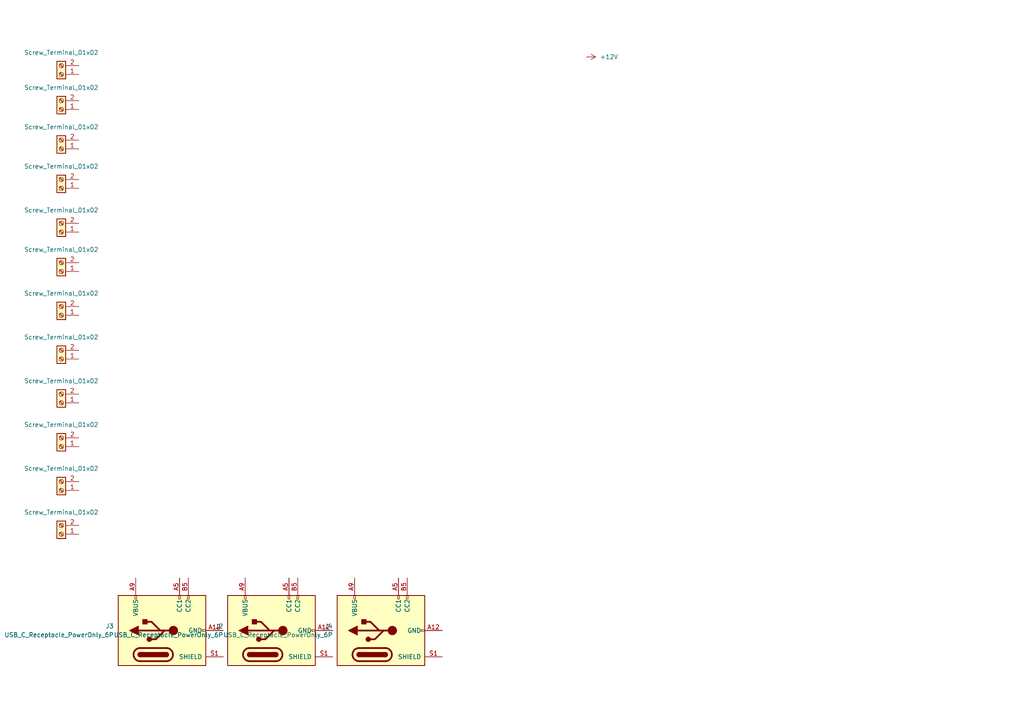
<source format=kicad_sch>
(kicad_sch (version 20250114) (generator "eeschema") (generator_version "9.0")
  (paper "A4")
  (lib_symbols
    (symbol "Connector:Screw_Terminal_01x02" (pin_names (offset 1.016) (hide yes))
      (property "Reference" "J" (at 0 2.54 0))
      (property "Value" "Screw_Terminal_01x02" (at 0 -5.08 0))
      (symbol "Screw_Terminal_01x02_1_1"
        (rectangle (start -1.27 1.27) (end 1.27 -3.81) (stroke (width 0.254)) (fill (type background)))
        (polyline (pts (xy -0.5334 0.3302) (xy 0.3302 -0.508)) (stroke (width 0.1524)))
        (polyline (pts (xy -0.5334 -2.2098) (xy 0.3302 -3.048)) (stroke (width 0.1524)))
        (polyline (pts (xy -0.3556 0.508) (xy 0.508 -0.3302)) (stroke (width 0.1524)))
        (polyline (pts (xy -0.3556 -2.032) (xy 0.508 -2.8702)) (stroke (width 0.1524)))
        (circle (center 0 0) (radius 0.635) (stroke (width 0.1524)))
        (circle (center 0 -2.54) (radius 0.635) (stroke (width 0.1524)))
        (pin passive line (at -5.08 0 0) (length 3.81) (name "Pin_1") (number "1"))
        (pin passive line (at -5.08 -2.54 0) (length 3.81) (name "Pin_2") (number "2"))
      )
    )
    (symbol "Connector:USB_C_Receptacle_PowerOnly_6P" (pin_names (offset 1.016))
      (property "Reference" "J" (at 0 16.51 0))
      (property "Value" "USB_C_Receptacle_PowerOnly_6P" (at 0 13.97 0))
      (symbol "USB_C_Receptacle_PowerOnly_6P_0_0"
        (rectangle (start -0.254 -12.7) (end 0.254 -11.684))
        (rectangle (start 10.16 7.874) (end 9.144 7.366))
        (rectangle (start 10.16 -4.826) (end 9.144 -5.334))
        (rectangle (start 10.16 -7.366) (end 9.144 -7.874))
      )
      (symbol "USB_C_Receptacle_PowerOnly_6P_0_1"
        (rectangle (start -10.16 12.7) (end 10.16 -12.7) (stroke (width 0.254)) (fill (type background)))
        (polyline (pts (xy -8.89 -1.27) (xy -8.89 6.35)) (stroke (width 0.508)))
        (rectangle (start -7.62 -1.27) (end -6.35 6.35) (stroke (width 0.254)) (fill (type outline)))
        (arc (start -7.62 6.35) (mid -6.985 6.9823) (end -6.35 6.35) (stroke (width 0.254)))
        (arc (start -7.62 6.35) (mid -6.985 6.9823) (end -6.35 6.35) (stroke (width 0.254)) (fill (type outline)))
        (arc (start -8.89 6.35) (mid -6.985 8.2467) (end -5.08 6.35) (stroke (width 0.508)))
        (arc (start -5.08 -1.27) (mid -6.985 -3.1667) (end -8.89 -1.27) (stroke (width 0.508)))
        (arc (start -6.35 -1.27) (mid -6.985 -1.9023) (end -7.62 -1.27) (stroke (width 0.254)))
        (arc (start -6.35 -1.27) (mid -6.985 -1.9023) (end -7.62 -1.27) (stroke (width 0.254)) (fill (type outline)))
        (polyline (pts (xy -5.08 6.35) (xy -5.08 -1.27)) (stroke (width 0.508)))
        (circle (center -2.54 3.683) (radius 0.635) (stroke (width 0.254)) (fill (type outline)))
        (polyline (pts (xy -1.27 6.858) (xy 0 9.398) (xy 1.27 6.858) (xy -1.27 6.858)) (stroke (width 0.254)) (fill (type outline)))
        (polyline (pts (xy 0 0.508) (xy 2.54 3.048) (xy 2.54 4.318)) (stroke (width 0.508)))
        (polyline (pts (xy 0 -0.762) (xy -2.54 1.778) (xy -2.54 3.048)) (stroke (width 0.508)))
        (polyline (pts (xy 0 -3.302) (xy 0 6.858)) (stroke (width 0.508)))
        (circle (center 0 -3.302) (radius 1.27) (fill (type outline)))
        (rectangle (start 1.905 4.318) (end 3.175 5.588) (stroke (width 0.254)) (fill (type outline)))
      )
      (symbol "USB_C_Receptacle_PowerOnly_6P_1_1"
        (pin passive line (at -7.62 -17.78 90) (length 5.08) (name "SHIELD") (number "S1"))
        (pin passive line (at 0 -17.78 90) (length 5.08) (name "GND") (number "A12"))
        (pin passive line (at 0 -17.78 90) (length 5.08) (hide yes) (name "GND") (number "B12"))
        (pin passive line (at 15.24 7.62 180) (length 5.08) (name "VBUS") (number "A9"))
        (pin passive line (at 15.24 7.62 180) (length 5.08) (hide yes) (name "VBUS") (number "B9"))
        (pin bidirectional line (at 15.24 -5.08 180) (length 5.08) (name "CC1") (number "A5"))
        (pin bidirectional line (at 15.24 -7.62 180) (length 5.08) (name "CC2") (number "B5"))
      )
    )
    (symbol "power:+12V" (power) (pin_numbers (hide yes)) (pin_names (offset 0) (hide yes))
      (property "Value" "+12V" (at 0 3.556 0))
      (symbol "+12V_0_1"
        (polyline (pts (xy -0.762 1.27) (xy 0 2.54)))
        (polyline (pts (xy 0 2.54) (xy 0.762 1.27)))
        (polyline (pts (xy 0 0) (xy 0 2.54)))
      )
      (symbol "+12V_1_1"
        (pin power_in line (at 0 0 90) (length 0) (name "~") (number "1"))
      )
    )
  )
  (symbol (lib_id "Connector:USB_C_Receptacle_PowerOnly_6P") (at 110.49 182.88 90) (unit 1)
    (property "Reference" "J4" (at 96.52 181.6099 90) (effects (justify left)))
    (property "Value" "USB_C_Receptacle_PowerOnly_6P" (at 96.52 184.1499 90) (effects (justify left)))
    (property "Datasheet" "https://www.usb.org/sites/default/files/documents/usb_type-c.zip" (effects (hide yes)))
    (property "Description" "USB Power-Only 6P Type-C Receptacle connector" (effects (hide yes)))
  )
  (symbol (lib_id "Connector:USB_C_Receptacle_PowerOnly_6P") (at 78.74 182.88 90) (unit 1)
    (property "Reference" "J2" (at 64.77 181.6099 90) (effects (justify left)))
    (property "Value" "USB_C_Receptacle_PowerOnly_6P" (at 64.77 184.1499 90) (effects (justify left)))
    (property "Datasheet" "https://www.usb.org/sites/default/files/documents/usb_type-c.zip" (effects (hide yes)))
    (property "Description" "USB Power-Only 6P Type-C Receptacle connector" (effects (hide yes)))
  )
  (symbol (lib_id "Connector:Screw_Terminal_01x02") (at 17.78 78.74 180) (unit 1)
    (property "Reference" "J10" (effects (hide yes)))
    (property "Value" "Screw_Terminal_01x02" (at 17.78 72.39 0))
    (property "Description" "Generic screw terminal, single row, 01x02, script generated (kicad-library-utils/schlib/autogen/connector/)" (effects (hide yes)))
  )
  (symbol (lib_id "power:+12V") (at 170.18 16.51 270) (unit 1)
    (property "Reference" "#PWR01" (effects (hide yes)))
    (property "Value" "+12V" (at 173.99 16.5099 90) (effects (justify left)))
    (property "Description" "Power symbol creates a global label with name \"+12V\"" (effects (hide yes)))
  )
  (symbol (lib_id "Connector:Screw_Terminal_01x02") (at 17.78 129.54 180) (unit 1)
    (property "Reference" "J6" (effects (hide yes)))
    (property "Value" "Screw_Terminal_01x02" (at 17.78 123.19 0))
    (property "Description" "Generic screw terminal, single row, 01x02, script generated (kicad-library-utils/schlib/autogen/connector/)" (effects (hide yes)))
  )
  (symbol (lib_id "Connector:Screw_Terminal_01x02") (at 17.78 67.31 180) (unit 1)
    (property "Reference" "J11" (effects (hide yes)))
    (property "Value" "Screw_Terminal_01x02" (at 17.78 60.96 0))
    (property "Description" "Generic screw terminal, single row, 01x02, script generated (kicad-library-utils/schlib/autogen/connector/)" (effects (hide yes)))
  )
  (symbol (lib_id "Connector:Screw_Terminal_01x02") (at 17.78 104.14 180) (unit 1)
    (property "Reference" "J8" (effects (hide yes)))
    (property "Value" "Screw_Terminal_01x02" (at 17.78 97.79 0))
    (property "Description" "Generic screw terminal, single row, 01x02, script generated (kicad-library-utils/schlib/autogen/connector/)" (effects (hide yes)))
  )
  (symbol (lib_id "Connector:Screw_Terminal_01x02") (at 17.78 21.59 180) (unit 1)
    (property "Reference" "J15" (effects (hide yes)))
    (property "Value" "Screw_Terminal_01x02" (at 17.78 15.24 0))
    (property "Description" "Generic screw terminal, single row, 01x02, script generated (kicad-library-utils/schlib/autogen/connector/)" (effects (hide yes)))
  )
  (symbol (lib_id "Connector:Screw_Terminal_01x02") (at 17.78 31.75 180) (unit 1)
    (property "Reference" "J14" (effects (hide yes)))
    (property "Value" "Screw_Terminal_01x02" (at 17.78 25.4 0))
    (property "Description" "Generic screw terminal, single row, 01x02, script generated (kicad-library-utils/schlib/autogen/connector/)" (effects (hide yes)))
  )
  (symbol (lib_id "Connector:Screw_Terminal_01x02") (at 17.78 154.94 180) (unit 1)
    (property "Reference" "J16" (effects (hide yes)))
    (property "Value" "Screw_Terminal_01x02" (at 17.78 148.59 0))
    (property "Description" "Generic screw terminal, single row, 01x02, script generated (kicad-library-utils/schlib/autogen/connector/)" (effects (hide yes)))
  )
  (symbol (lib_id "Connector:USB_C_Receptacle_PowerOnly_6P") (at 46.99 182.88 90) (unit 1)
    (property "Reference" "J3" (at 33.02 181.6099 90) (effects (justify left)))
    (property "Value" "USB_C_Receptacle_PowerOnly_6P" (at 33.02 184.1499 90) (effects (justify left)))
    (property "Datasheet" "https://www.usb.org/sites/default/files/documents/usb_type-c.zip" (effects (hide yes)))
    (property "Description" "USB Power-Only 6P Type-C Receptacle connector" (effects (hide yes)))
  )
  (symbol (lib_id "Connector:Screw_Terminal_01x02") (at 17.78 142.24 180) (unit 1)
    (property "Reference" "J1" (effects (hide yes)))
    (property "Value" "Screw_Terminal_01x02" (at 17.78 135.89 0))
    (property "Description" "Generic screw terminal, single row, 01x02, script generated (kicad-library-utils/schlib/autogen/connector/)" (effects (hide yes)))
  )
  (symbol (lib_id "Connector:Screw_Terminal_01x02") (at 17.78 54.61 180) (unit 1)
    (property "Reference" "J12" (effects (hide yes)))
    (property "Value" "Screw_Terminal_01x02" (at 17.78 48.26 0))
    (property "Description" "Generic screw terminal, single row, 01x02, script generated (kicad-library-utils/schlib/autogen/connector/)" (effects (hide yes)))
  )
  (symbol (lib_id "Connector:Screw_Terminal_01x02") (at 17.78 116.84 180) (unit 1)
    (property "Reference" "J7" (effects (hide yes)))
    (property "Value" "Screw_Terminal_01x02" (at 17.78 110.49 0))
    (property "Description" "Generic screw terminal, single row, 01x02, script generated (kicad-library-utils/schlib/autogen/connector/)" (effects (hide yes)))
  )
  (symbol (lib_id "Connector:Screw_Terminal_01x02") (at 17.78 43.18 180) (unit 1)
    (property "Reference" "J13" (effects (hide yes)))
    (property "Value" "Screw_Terminal_01x02" (at 17.78 36.83 0))
    (property "Description" "Generic screw terminal, single row, 01x02, script generated (kicad-library-utils/schlib/autogen/connector/)" (effects (hide yes)))
  )
  (symbol (lib_id "Connector:Screw_Terminal_01x02") (at 17.78 91.44 180) (unit 1)
    (property "Reference" "J9" (effects (hide yes)))
    (property "Value" "Screw_Terminal_01x02" (at 17.78 85.09 0))
    (property "Description" "Generic screw terminal, single row, 01x02, script generated (kicad-library-utils/schlib/autogen/connector/)" (effects (hide yes)))
  )
)
</source>
